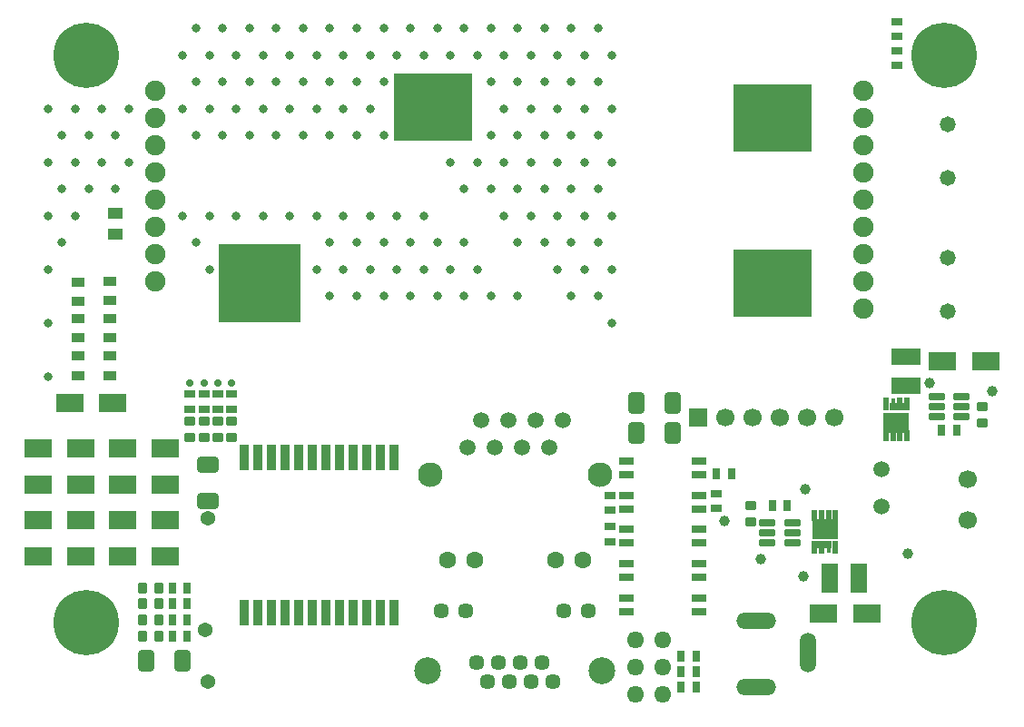
<source format=gts>
G04*
G04 #@! TF.GenerationSoftware,Altium Limited,Altium Designer,21.9.2 (33)*
G04*
G04 Layer_Color=8388736*
%FSLAX25Y25*%
%MOIN*%
G70*
G04*
G04 #@! TF.SameCoordinates,7D1D80C0-A4A2-4293-B872-F3C3C3D81CEA*
G04*
G04*
G04 #@! TF.FilePolarity,Negative*
G04*
G01*
G75*
%ADD36R,0.28346X0.24410*%
%ADD37R,0.28347X0.24410*%
%ADD38R,0.29921X0.28799*%
%ADD39R,0.28740X0.24803*%
%ADD40R,0.28740X0.24803*%
G04:AMPARAMS|DCode=41|XSize=39.37mil|YSize=31.5mil|CornerRadius=5.41mil|HoleSize=0mil|Usage=FLASHONLY|Rotation=0.000|XOffset=0mil|YOffset=0mil|HoleType=Round|Shape=RoundedRectangle|*
%AMROUNDEDRECTD41*
21,1,0.03937,0.02067,0,0,0.0*
21,1,0.02854,0.03150,0,0,0.0*
1,1,0.01083,0.01427,-0.01034*
1,1,0.01083,-0.01427,-0.01034*
1,1,0.01083,-0.01427,0.01034*
1,1,0.01083,0.01427,0.01034*
%
%ADD41ROUNDEDRECTD41*%
%ADD42R,0.03150X0.03937*%
G04:AMPARAMS|DCode=43|XSize=61.02mil|YSize=27.17mil|CornerRadius=4.87mil|HoleSize=0mil|Usage=FLASHONLY|Rotation=0.000|XOffset=0mil|YOffset=0mil|HoleType=Round|Shape=RoundedRectangle|*
%AMROUNDEDRECTD43*
21,1,0.06102,0.01742,0,0,0.0*
21,1,0.05128,0.02717,0,0,0.0*
1,1,0.00974,0.02564,-0.00871*
1,1,0.00974,-0.02564,-0.00871*
1,1,0.00974,-0.02564,0.00871*
1,1,0.00974,0.02564,0.00871*
%
%ADD43ROUNDEDRECTD43*%
%ADD44C,0.03937*%
%ADD45R,0.09816X0.07532*%
%ADD46R,0.07257X0.02769*%
%ADD47R,0.02139X0.04737*%
%ADD48R,0.01732X0.04331*%
%ADD49R,0.02139X0.03950*%
%ADD50R,0.10236X0.07087*%
%ADD51R,0.11102X0.06417*%
%ADD52R,0.03937X0.03150*%
%ADD53R,0.06417X0.11102*%
%ADD54R,0.05272X0.02672*%
G04:AMPARAMS|DCode=55|XSize=76.77mil|YSize=57.09mil|CornerRadius=8.61mil|HoleSize=0mil|Usage=FLASHONLY|Rotation=90.000|XOffset=0mil|YOffset=0mil|HoleType=Round|Shape=RoundedRectangle|*
%AMROUNDEDRECTD55*
21,1,0.07677,0.03986,0,0,90.0*
21,1,0.05955,0.05709,0,0,90.0*
1,1,0.01722,0.01993,0.02977*
1,1,0.01722,0.01993,-0.02977*
1,1,0.01722,-0.01993,-0.02977*
1,1,0.01722,-0.01993,0.02977*
%
%ADD55ROUNDEDRECTD55*%
G04:AMPARAMS|DCode=56|XSize=39.37mil|YSize=31.5mil|CornerRadius=5.41mil|HoleSize=0mil|Usage=FLASHONLY|Rotation=90.000|XOffset=0mil|YOffset=0mil|HoleType=Round|Shape=RoundedRectangle|*
%AMROUNDEDRECTD56*
21,1,0.03937,0.02067,0,0,90.0*
21,1,0.02854,0.03150,0,0,90.0*
1,1,0.01083,0.01034,0.01427*
1,1,0.01083,0.01034,-0.01427*
1,1,0.01083,-0.01034,-0.01427*
1,1,0.01083,-0.01034,0.01427*
%
%ADD56ROUNDEDRECTD56*%
%ADD57R,0.03386X0.09409*%
G04:AMPARAMS|DCode=58|XSize=76.77mil|YSize=57.09mil|CornerRadius=8.61mil|HoleSize=0mil|Usage=FLASHONLY|Rotation=180.000|XOffset=0mil|YOffset=0mil|HoleType=Round|Shape=RoundedRectangle|*
%AMROUNDEDRECTD58*
21,1,0.07677,0.03986,0,0,180.0*
21,1,0.05955,0.05709,0,0,180.0*
1,1,0.01722,-0.02977,0.01993*
1,1,0.01722,0.02977,0.01993*
1,1,0.01722,0.02977,-0.01993*
1,1,0.01722,-0.02977,-0.01993*
%
%ADD58ROUNDEDRECTD58*%
%ADD59R,0.10236X0.07087*%
%ADD60R,0.05118X0.03543*%
%ADD61R,0.05827X0.04016*%
%ADD62C,0.07480*%
%ADD63C,0.00394*%
%ADD64O,0.05906X0.14567*%
%ADD65O,0.14567X0.05906*%
%ADD66C,0.06694*%
%ADD67C,0.05906*%
%ADD68C,0.05794*%
%ADD69O,0.05906X0.06394*%
%ADD70C,0.06693*%
%ADD71R,0.06693X0.06693*%
%ADD72C,0.06299*%
%ADD73C,0.09055*%
%ADD74C,0.09843*%
%ADD75C,0.05709*%
%ADD76C,0.24016*%
%ADD77C,0.02795*%
%ADD78C,0.05394*%
%ADD79C,0.03162*%
%ADD80C,0.02756*%
D36*
X275590Y225138D02*
D03*
X151181Y228681D02*
D03*
D37*
X275590Y164114D02*
D03*
D38*
X87402Y164173D02*
D03*
D39*
X151181Y228740D02*
D03*
D40*
X275590Y225020D02*
D03*
Y164173D02*
D03*
D41*
X267717Y82480D02*
D03*
Y76575D02*
D03*
X352756Y118701D02*
D03*
Y112795D02*
D03*
X77165Y113583D02*
D03*
Y107677D02*
D03*
X72047Y113583D02*
D03*
Y107677D02*
D03*
X66929Y113583D02*
D03*
Y107677D02*
D03*
X61811Y113583D02*
D03*
Y107677D02*
D03*
D42*
X281102Y82677D02*
D03*
X275590D02*
D03*
X337795Y110236D02*
D03*
X343307D02*
D03*
X255118Y94095D02*
D03*
X260630D02*
D03*
X60827Y52362D02*
D03*
X55315D02*
D03*
X60827Y46457D02*
D03*
X55315D02*
D03*
X60827Y40551D02*
D03*
X55315D02*
D03*
X60827Y34646D02*
D03*
X55315D02*
D03*
X247638Y27165D02*
D03*
X242126D02*
D03*
X247638Y21654D02*
D03*
X242126D02*
D03*
X247638Y15748D02*
D03*
X242126D02*
D03*
D43*
X273799Y76181D02*
D03*
Y72441D02*
D03*
Y68701D02*
D03*
X282894D02*
D03*
Y72441D02*
D03*
Y76181D02*
D03*
X345098Y115157D02*
D03*
Y118898D02*
D03*
Y122638D02*
D03*
X336004D02*
D03*
Y118898D02*
D03*
Y115157D02*
D03*
D44*
X356299Y124409D02*
D03*
X287795Y88583D02*
D03*
X271260Y62992D02*
D03*
X257874Y76772D02*
D03*
X333465Y127559D02*
D03*
X325197Y64961D02*
D03*
X287008Y56693D02*
D03*
D45*
X321161Y113012D02*
D03*
D03*
D03*
D03*
X294980Y73996D02*
D03*
D03*
D03*
D03*
D46*
X322441Y118898D02*
D03*
D03*
D03*
X293701Y68110D02*
D03*
D03*
D03*
D47*
X317323Y119882D02*
D03*
X322441D02*
D03*
X325000D02*
D03*
X291142Y67126D02*
D03*
X293701D02*
D03*
X298819D02*
D03*
D48*
X319882Y119882D02*
D03*
X296260Y67126D02*
D03*
D49*
X317323Y108071D02*
D03*
X319882D02*
D03*
X322441D02*
D03*
X325000D02*
D03*
X291142Y78937D02*
D03*
X293701D02*
D03*
X296260D02*
D03*
X298819D02*
D03*
D50*
X338189Y135433D02*
D03*
X353937D02*
D03*
X294488Y42913D02*
D03*
X310236D02*
D03*
D51*
X324803Y137169D02*
D03*
Y126610D02*
D03*
D52*
X321391Y254724D02*
D03*
Y260236D02*
D03*
Y249606D02*
D03*
Y244094D02*
D03*
X255118Y87008D02*
D03*
Y81496D02*
D03*
X216142Y69291D02*
D03*
Y74803D02*
D03*
Y80709D02*
D03*
Y86221D02*
D03*
X77165Y117913D02*
D03*
Y123425D02*
D03*
X72047Y117913D02*
D03*
Y123425D02*
D03*
X66929Y117913D02*
D03*
Y123425D02*
D03*
X61811Y117913D02*
D03*
Y123425D02*
D03*
D53*
X307248Y55905D02*
D03*
X296689D02*
D03*
D54*
X248783Y48563D02*
D03*
Y43563D02*
D03*
X222083D02*
D03*
Y48563D02*
D03*
X248783Y61161D02*
D03*
Y56161D02*
D03*
X222083D02*
D03*
Y61161D02*
D03*
X248783Y73760D02*
D03*
Y68760D02*
D03*
X222083D02*
D03*
Y73760D02*
D03*
Y81358D02*
D03*
Y86358D02*
D03*
X248783D02*
D03*
Y81358D02*
D03*
X222083Y93957D02*
D03*
Y98957D02*
D03*
X248783D02*
D03*
Y93957D02*
D03*
D55*
X225590Y120079D02*
D03*
X238976D02*
D03*
X225590Y109252D02*
D03*
X238976D02*
D03*
X59055Y25591D02*
D03*
X45669D02*
D03*
D56*
X44291Y52362D02*
D03*
X50197D02*
D03*
X44291Y46457D02*
D03*
X50197D02*
D03*
X44291Y40551D02*
D03*
X50197D02*
D03*
X44291Y34646D02*
D03*
X50197D02*
D03*
D57*
X136555Y43150D02*
D03*
X131555D02*
D03*
X126555D02*
D03*
X121555D02*
D03*
X116555D02*
D03*
X111555D02*
D03*
X106555D02*
D03*
X101555D02*
D03*
X96555D02*
D03*
X91555D02*
D03*
X86555D02*
D03*
X81555D02*
D03*
Y100157D02*
D03*
X86555D02*
D03*
X91555D02*
D03*
X96555D02*
D03*
X101555D02*
D03*
X106555D02*
D03*
X111555D02*
D03*
X116555D02*
D03*
X121555D02*
D03*
X126555D02*
D03*
X131555D02*
D03*
X136555D02*
D03*
D58*
X68504Y84252D02*
D03*
Y97638D02*
D03*
D59*
X21850Y63976D02*
D03*
X6102D02*
D03*
X21850Y77165D02*
D03*
X6102D02*
D03*
Y90354D02*
D03*
X21850D02*
D03*
X37008Y63976D02*
D03*
X52756D02*
D03*
X37008Y77165D02*
D03*
X52756D02*
D03*
X52756Y90354D02*
D03*
X37008D02*
D03*
X52756Y103543D02*
D03*
X37008D02*
D03*
X6102D02*
D03*
X21850D02*
D03*
X17717Y120079D02*
D03*
X33465D02*
D03*
D60*
X20669Y144095D02*
D03*
Y151181D02*
D03*
Y130315D02*
D03*
Y137402D02*
D03*
X32480Y130315D02*
D03*
Y137402D02*
D03*
X32480Y144095D02*
D03*
Y151181D02*
D03*
Y157874D02*
D03*
Y164961D02*
D03*
X20669Y157480D02*
D03*
Y164567D02*
D03*
D61*
X34449Y189784D02*
D03*
Y182264D02*
D03*
D62*
X49134Y235020D02*
D03*
Y225020D02*
D03*
Y215020D02*
D03*
Y205020D02*
D03*
Y195020D02*
D03*
Y185020D02*
D03*
Y175020D02*
D03*
Y165020D02*
D03*
X309134Y235020D02*
D03*
Y225020D02*
D03*
Y215020D02*
D03*
Y205020D02*
D03*
Y195020D02*
D03*
Y185020D02*
D03*
Y175020D02*
D03*
Y165020D02*
D03*
Y155020D02*
D03*
D63*
X51181Y254035D02*
D03*
Y135728D02*
D03*
X307087D02*
D03*
Y254035D02*
D03*
X203602Y78740D02*
D03*
X158602D02*
D03*
X156102Y7756D02*
D03*
X206102D02*
D03*
D64*
X288583Y28543D02*
D03*
D65*
X269685Y15748D02*
D03*
Y40354D02*
D03*
D66*
X347441Y77146D02*
D03*
Y92146D02*
D03*
D67*
X315748Y82087D02*
D03*
Y95866D02*
D03*
X168602Y113740D02*
D03*
X173602Y103740D02*
D03*
X178602Y113740D02*
D03*
X183602Y103740D02*
D03*
X188602Y113740D02*
D03*
X193602Y103740D02*
D03*
X198602Y113740D02*
D03*
X163602Y103740D02*
D03*
D68*
X340158Y153937D02*
D03*
Y173622D02*
D03*
Y222441D02*
D03*
Y202756D02*
D03*
D69*
X235315Y13228D02*
D03*
X225315D02*
D03*
X235315Y23228D02*
D03*
X225315D02*
D03*
X235315Y33228D02*
D03*
X225315D02*
D03*
D70*
X298425Y114961D02*
D03*
X288425D02*
D03*
X258425D02*
D03*
X268425D02*
D03*
X278425D02*
D03*
D71*
X248425D02*
D03*
D72*
X206004Y62598D02*
D03*
X195965D02*
D03*
X166240D02*
D03*
X156201D02*
D03*
D73*
X212264Y93898D02*
D03*
X149941D02*
D03*
D74*
X213110Y21772D02*
D03*
X149094D02*
D03*
D75*
X208110Y43701D02*
D03*
X199094D02*
D03*
X163110D02*
D03*
X154095D02*
D03*
X167047Y24764D02*
D03*
X175079D02*
D03*
X183110D02*
D03*
X191142D02*
D03*
X171063Y17756D02*
D03*
X179095D02*
D03*
X187126D02*
D03*
X195158D02*
D03*
D76*
X338583Y39370D02*
D03*
X23622D02*
D03*
X338583Y248031D02*
D03*
X23622D02*
D03*
D77*
X266929Y172835D02*
D03*
X270472D02*
D03*
X274016D02*
D03*
X277559D02*
D03*
X281102D02*
D03*
X284646D02*
D03*
X266929Y169291D02*
D03*
X270472D02*
D03*
X274016D02*
D03*
X277559D02*
D03*
X281102D02*
D03*
X284646D02*
D03*
X266929Y165748D02*
D03*
X270472D02*
D03*
X274016D02*
D03*
X277559D02*
D03*
X281102D02*
D03*
X284646D02*
D03*
X266929Y162205D02*
D03*
X270472D02*
D03*
X274016D02*
D03*
X277559D02*
D03*
X281102D02*
D03*
X284646D02*
D03*
X266929Y158661D02*
D03*
X270472D02*
D03*
X274016D02*
D03*
X277559D02*
D03*
X281102D02*
D03*
X284646D02*
D03*
Y155118D02*
D03*
X281102D02*
D03*
X277559D02*
D03*
X274016D02*
D03*
X270472D02*
D03*
X266929D02*
D03*
Y233858D02*
D03*
X270472D02*
D03*
X274016D02*
D03*
X277559D02*
D03*
X281102D02*
D03*
X284646D02*
D03*
X266929Y230315D02*
D03*
X270472D02*
D03*
X274016D02*
D03*
X277559D02*
D03*
X281102D02*
D03*
X284646D02*
D03*
X266929Y226772D02*
D03*
X270472D02*
D03*
X274016D02*
D03*
X277559D02*
D03*
X281102D02*
D03*
X284646D02*
D03*
X266929Y223228D02*
D03*
X270472D02*
D03*
X274016D02*
D03*
X277559D02*
D03*
X281102D02*
D03*
X284646D02*
D03*
X266929Y219685D02*
D03*
X270472D02*
D03*
X274016D02*
D03*
X277559D02*
D03*
X281102D02*
D03*
X284646D02*
D03*
Y216142D02*
D03*
X281102D02*
D03*
X277559D02*
D03*
X274016D02*
D03*
X270472D02*
D03*
X266929D02*
D03*
X78740Y173228D02*
D03*
X82284D02*
D03*
X85827D02*
D03*
X89370D02*
D03*
X92913D02*
D03*
X96457D02*
D03*
X78740Y169685D02*
D03*
X82284D02*
D03*
X85827D02*
D03*
X89370D02*
D03*
X92913D02*
D03*
X96457D02*
D03*
X78740Y166142D02*
D03*
X82284D02*
D03*
X85827D02*
D03*
X89370D02*
D03*
X92913D02*
D03*
X96457D02*
D03*
X78740Y162599D02*
D03*
X82284D02*
D03*
X85827D02*
D03*
X89370D02*
D03*
X92913D02*
D03*
X96457D02*
D03*
X78740Y159055D02*
D03*
X82284D02*
D03*
X85827D02*
D03*
X89370D02*
D03*
X92913D02*
D03*
X96457D02*
D03*
Y155512D02*
D03*
X92913D02*
D03*
X89370D02*
D03*
X85827D02*
D03*
X82284D02*
D03*
X78740D02*
D03*
X142520Y237402D02*
D03*
X146063D02*
D03*
X149606D02*
D03*
X153150D02*
D03*
X156693D02*
D03*
X160236D02*
D03*
X142520Y233858D02*
D03*
X146063D02*
D03*
X149606D02*
D03*
X153150D02*
D03*
X156693D02*
D03*
X160236D02*
D03*
X142520Y230315D02*
D03*
X146063D02*
D03*
X149606D02*
D03*
X153150D02*
D03*
X156693D02*
D03*
X160236D02*
D03*
X142520Y226772D02*
D03*
X146063D02*
D03*
X149606D02*
D03*
X153150D02*
D03*
X156693D02*
D03*
X160236D02*
D03*
X142520Y223228D02*
D03*
X146063D02*
D03*
X149606D02*
D03*
X153150D02*
D03*
X156693D02*
D03*
X160236D02*
D03*
Y219685D02*
D03*
X156693D02*
D03*
X153150D02*
D03*
X149606D02*
D03*
X146063D02*
D03*
X142520D02*
D03*
D78*
X68504Y17717D02*
D03*
Y77953D02*
D03*
X67323Y37008D02*
D03*
D79*
X216535Y248032D02*
D03*
Y228346D02*
D03*
Y208662D02*
D03*
Y188976D02*
D03*
Y169291D02*
D03*
Y149606D02*
D03*
X211614Y257874D02*
D03*
X206693Y248032D02*
D03*
X211614Y238189D02*
D03*
X206693Y228346D02*
D03*
X211614Y218504D02*
D03*
X206693Y208662D02*
D03*
X211614Y198819D02*
D03*
X206693Y188976D02*
D03*
X211614Y179134D02*
D03*
X206693Y169291D02*
D03*
X211614Y159449D02*
D03*
X201772Y257874D02*
D03*
X196850Y248032D02*
D03*
X201772Y238189D02*
D03*
X196850Y228346D02*
D03*
X201772Y218504D02*
D03*
X196850Y208662D02*
D03*
X201772Y198819D02*
D03*
X196850Y188976D02*
D03*
X201772Y179134D02*
D03*
X196850Y169291D02*
D03*
X201772Y159449D02*
D03*
X191929Y257874D02*
D03*
X187008Y248032D02*
D03*
X191929Y238189D02*
D03*
X187008Y228346D02*
D03*
X191929Y218504D02*
D03*
X187008Y208662D02*
D03*
X191929Y198819D02*
D03*
X187008Y188976D02*
D03*
X191929Y179134D02*
D03*
X182087Y257874D02*
D03*
X177165Y248032D02*
D03*
X182087Y238189D02*
D03*
X177165Y228346D02*
D03*
X182087Y218504D02*
D03*
X177165Y208662D02*
D03*
X182087Y198819D02*
D03*
X177165Y188976D02*
D03*
X182087Y179134D02*
D03*
Y159449D02*
D03*
X172244Y257874D02*
D03*
X167323Y248032D02*
D03*
X172244Y238189D02*
D03*
Y218504D02*
D03*
X167323Y208662D02*
D03*
X172244Y198819D02*
D03*
X167323Y169291D02*
D03*
X172244Y159449D02*
D03*
X162402Y257874D02*
D03*
X157480Y248032D02*
D03*
Y208662D02*
D03*
X162402Y198819D02*
D03*
Y179134D02*
D03*
X157480Y169291D02*
D03*
X162402Y159449D02*
D03*
X152559Y257874D02*
D03*
X147638Y248032D02*
D03*
Y188976D02*
D03*
X152559Y179134D02*
D03*
X147638Y169291D02*
D03*
X152559Y159449D02*
D03*
X142717Y257874D02*
D03*
X137795Y248032D02*
D03*
Y188976D02*
D03*
X142717Y179134D02*
D03*
X137795Y169291D02*
D03*
X142717Y159449D02*
D03*
X132874Y257874D02*
D03*
X127953Y248032D02*
D03*
X132874Y238189D02*
D03*
X127953Y228346D02*
D03*
X132874Y218504D02*
D03*
X127953Y188976D02*
D03*
X132874Y179134D02*
D03*
X127953Y169291D02*
D03*
X132874Y159449D02*
D03*
X123031Y257874D02*
D03*
X118110Y248032D02*
D03*
X123031Y238189D02*
D03*
X118110Y228346D02*
D03*
X123031Y218504D02*
D03*
X118110Y188976D02*
D03*
X123031Y179134D02*
D03*
X118110Y169291D02*
D03*
X123031Y159449D02*
D03*
X113189Y257874D02*
D03*
X108268Y248032D02*
D03*
X113189Y238189D02*
D03*
X108268Y228346D02*
D03*
X113189Y218504D02*
D03*
X108268Y188976D02*
D03*
X113189Y179134D02*
D03*
X108268Y169291D02*
D03*
X113189Y159449D02*
D03*
X103346Y257874D02*
D03*
X98425Y248032D02*
D03*
X103346Y238189D02*
D03*
X98425Y228346D02*
D03*
X103346Y218504D02*
D03*
X98425Y188976D02*
D03*
X93504Y257874D02*
D03*
X88583Y248032D02*
D03*
X93504Y238189D02*
D03*
X88583Y228346D02*
D03*
X93504Y218504D02*
D03*
X88583Y188976D02*
D03*
X83661Y257874D02*
D03*
X78740Y248032D02*
D03*
X83661Y238189D02*
D03*
X78740Y228346D02*
D03*
X83661Y218504D02*
D03*
X78740Y188976D02*
D03*
X73819Y257874D02*
D03*
X68898Y248032D02*
D03*
X73819Y238189D02*
D03*
X68898Y228346D02*
D03*
X73819Y218504D02*
D03*
X68898Y188976D02*
D03*
Y169291D02*
D03*
X63976Y257874D02*
D03*
X59055Y248032D02*
D03*
X63976Y238189D02*
D03*
X59055Y228346D02*
D03*
X63976Y218504D02*
D03*
X59055Y188976D02*
D03*
X63976Y179134D02*
D03*
X39370Y228346D02*
D03*
Y208662D02*
D03*
X29528Y228346D02*
D03*
X34449Y218504D02*
D03*
X29528Y208662D02*
D03*
X34449Y198819D02*
D03*
X19685Y228346D02*
D03*
X24606Y218504D02*
D03*
X19685Y208662D02*
D03*
X24606Y198819D02*
D03*
X19685Y188976D02*
D03*
X9843Y228346D02*
D03*
X14764Y218504D02*
D03*
X9843Y208662D02*
D03*
X14764Y198819D02*
D03*
X9843Y188976D02*
D03*
X14764Y179134D02*
D03*
X9843Y169291D02*
D03*
Y149606D02*
D03*
Y129921D02*
D03*
D80*
X77165Y127559D02*
D03*
X72047D02*
D03*
X66929D02*
D03*
X61811D02*
D03*
M02*

</source>
